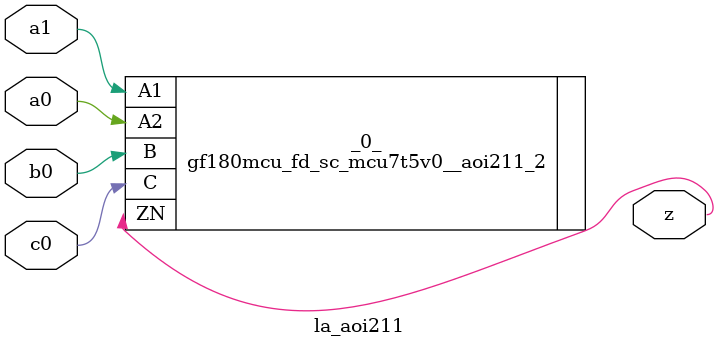
<source format=v>
/* Generated by Yosys 0.37 (git sha1 a5c7f69ed, clang 14.0.0-1ubuntu1.1 -fPIC -Os) */

module la_aoi211(a0, a1, b0, c0, z);
  input a0;
  wire a0;
  input a1;
  wire a1;
  input b0;
  wire b0;
  input c0;
  wire c0;
  output z;
  wire z;
  gf180mcu_fd_sc_mcu7t5v0__aoi211_2 _0_ (
    .A1(a1),
    .A2(a0),
    .B(b0),
    .C(c0),
    .ZN(z)
  );
endmodule

</source>
